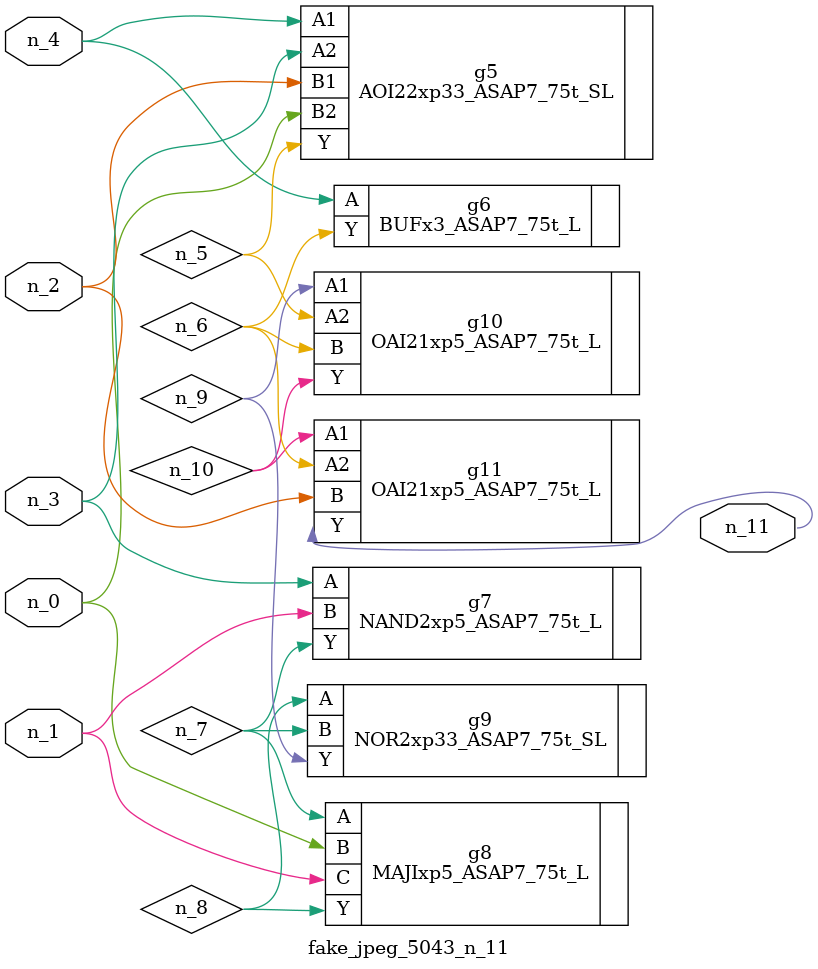
<source format=v>
module fake_jpeg_5043_n_11 (n_3, n_2, n_1, n_0, n_4, n_11);

input n_3;
input n_2;
input n_1;
input n_0;
input n_4;

output n_11;

wire n_10;
wire n_8;
wire n_9;
wire n_6;
wire n_5;
wire n_7;

AOI22xp33_ASAP7_75t_SL g5 ( 
.A1(n_4),
.A2(n_3),
.B1(n_2),
.B2(n_0),
.Y(n_5)
);

BUFx3_ASAP7_75t_L g6 ( 
.A(n_4),
.Y(n_6)
);

NAND2xp5_ASAP7_75t_L g7 ( 
.A(n_3),
.B(n_1),
.Y(n_7)
);

MAJIxp5_ASAP7_75t_L g8 ( 
.A(n_7),
.B(n_0),
.C(n_1),
.Y(n_8)
);

NOR2xp33_ASAP7_75t_SL g9 ( 
.A(n_8),
.B(n_7),
.Y(n_9)
);

OAI21xp5_ASAP7_75t_L g10 ( 
.A1(n_9),
.A2(n_5),
.B(n_6),
.Y(n_10)
);

OAI21xp5_ASAP7_75t_L g11 ( 
.A1(n_10),
.A2(n_6),
.B(n_2),
.Y(n_11)
);


endmodule
</source>
